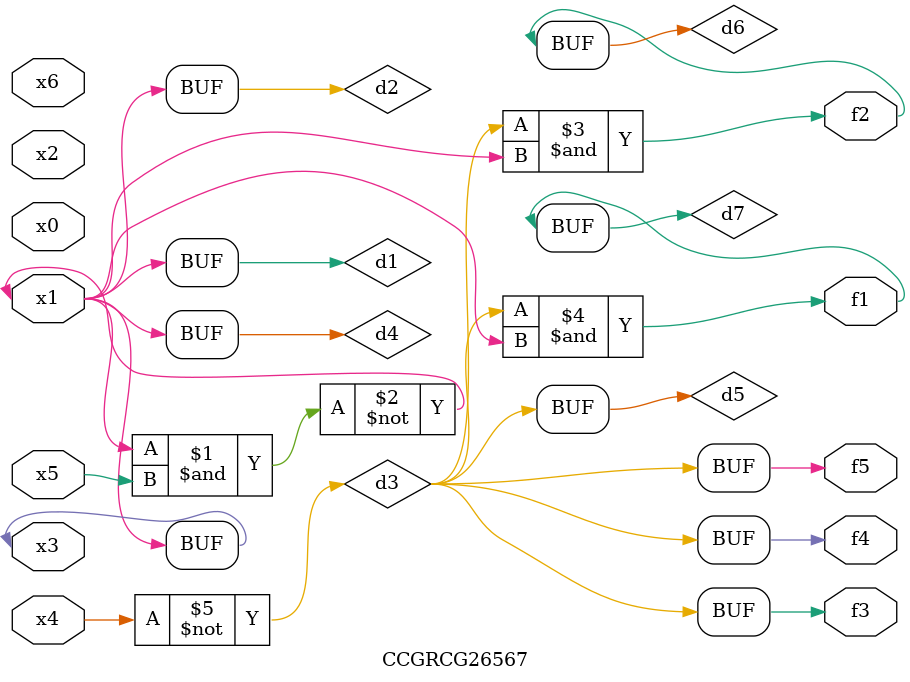
<source format=v>
module CCGRCG26567(
	input x0, x1, x2, x3, x4, x5, x6,
	output f1, f2, f3, f4, f5
);

	wire d1, d2, d3, d4, d5, d6, d7;

	buf (d1, x1, x3);
	nand (d2, x1, x5);
	not (d3, x4);
	buf (d4, d1, d2);
	buf (d5, d3);
	and (d6, d3, d4);
	and (d7, d3, d4);
	assign f1 = d7;
	assign f2 = d6;
	assign f3 = d5;
	assign f4 = d5;
	assign f5 = d5;
endmodule

</source>
